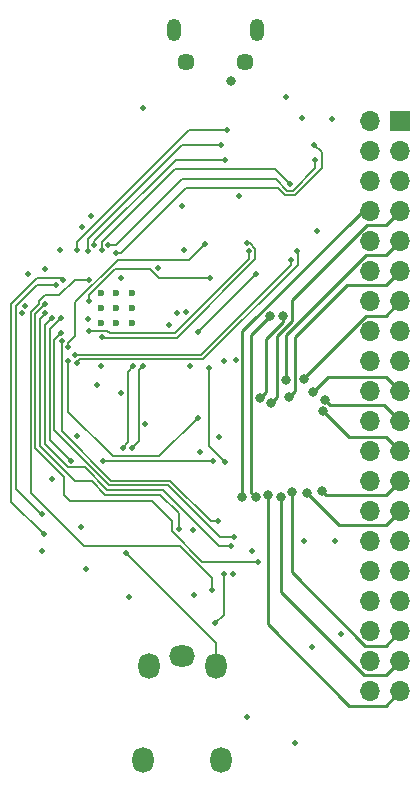
<source format=gbr>
%TF.GenerationSoftware,KiCad,Pcbnew,(6.0.4)*%
%TF.CreationDate,2022-04-15T08:31:30+02:00*%
%TF.ProjectId,rp2040_magslide_controller,72703230-3430-45f6-9d61-67736c696465,rev?*%
%TF.SameCoordinates,Original*%
%TF.FileFunction,Copper,L4,Bot*%
%TF.FilePolarity,Positive*%
%FSLAX46Y46*%
G04 Gerber Fmt 4.6, Leading zero omitted, Abs format (unit mm)*
G04 Created by KiCad (PCBNEW (6.0.4)) date 2022-04-15 08:31:30*
%MOMM*%
%LPD*%
G01*
G04 APERTURE LIST*
%TA.AperFunction,ComponentPad*%
%ADD10O,2.200000X1.800000*%
%TD*%
%TA.AperFunction,ComponentPad*%
%ADD11O,1.800000X2.200000*%
%TD*%
%TA.AperFunction,ComponentPad*%
%ADD12R,1.700000X1.700000*%
%TD*%
%TA.AperFunction,ComponentPad*%
%ADD13O,1.700000X1.700000*%
%TD*%
%TA.AperFunction,ComponentPad*%
%ADD14C,1.450000*%
%TD*%
%TA.AperFunction,ComponentPad*%
%ADD15O,1.200000X1.900000*%
%TD*%
%TA.AperFunction,ComponentPad*%
%ADD16C,0.600000*%
%TD*%
%TA.AperFunction,ViaPad*%
%ADD17C,0.508000*%
%TD*%
%TA.AperFunction,ViaPad*%
%ADD18C,0.800000*%
%TD*%
%TA.AperFunction,Conductor*%
%ADD19C,0.200000*%
%TD*%
%TA.AperFunction,Conductor*%
%ADD20C,0.250000*%
%TD*%
G04 APERTURE END LIST*
D10*
%TO.P,J2,1,1*%
%TO.N,+5V*%
X176403000Y-132478000D03*
D11*
%TO.P,J2,2,2*%
%TO.N,board_scl*%
X173553000Y-133278000D03*
%TO.P,J2,3,3*%
%TO.N,board_sda*%
X179253000Y-133278000D03*
%TO.P,J2,4,4*%
%TO.N,GND*%
X173103000Y-141278000D03*
X179703000Y-141278000D03*
%TD*%
D12*
%TO.P,J4,1,Pin_1*%
%TO.N,+3V3*%
X194838000Y-87152000D03*
D13*
%TO.P,J4,2,Pin_2*%
%TO.N,F24*%
X192298000Y-87152000D03*
%TO.P,J4,3,Pin_3*%
%TO.N,GND*%
X194838000Y-89692000D03*
%TO.P,J4,4,Pin_4*%
%TO.N,+3V3*%
X192298000Y-89692000D03*
%TO.P,J4,5,Pin_5*%
%TO.N,F00*%
X194838000Y-92232000D03*
%TO.P,J4,6,Pin_6*%
%TO.N,GND*%
X192298000Y-92232000D03*
%TO.P,J4,7,Pin_7*%
%TO.N,F01*%
X194838000Y-94772000D03*
%TO.P,J4,8,Pin_8*%
%TO.N,F30*%
X192298000Y-94772000D03*
%TO.P,J4,9,Pin_9*%
%TO.N,F02*%
X194838000Y-97312000D03*
%TO.P,J4,10,Pin_10*%
%TO.N,F31*%
X192298000Y-97312000D03*
%TO.P,J4,11,Pin_11*%
%TO.N,F03*%
X194838000Y-99852000D03*
%TO.P,J4,12,Pin_12*%
%TO.N,F32*%
X192298000Y-99852000D03*
%TO.P,J4,13,Pin_13*%
%TO.N,F04*%
X194838000Y-102392000D03*
%TO.P,J4,14,Pin_14*%
%TO.N,F33*%
X192298000Y-102392000D03*
%TO.P,J4,15,Pin_15*%
%TO.N,+3V3*%
X194838000Y-104932000D03*
%TO.P,J4,16,Pin_16*%
%TO.N,F34*%
X192298000Y-104932000D03*
%TO.P,J4,17,Pin_17*%
%TO.N,GND*%
X194838000Y-107472000D03*
%TO.P,J4,18,Pin_18*%
%TO.N,+3V3*%
X192298000Y-107472000D03*
%TO.P,J4,19,Pin_19*%
%TO.N,F10*%
X194838000Y-110012000D03*
%TO.P,J4,20,Pin_20*%
%TO.N,GND*%
X192298000Y-110012000D03*
%TO.P,J4,21,Pin_21*%
%TO.N,F11*%
X194838000Y-112552000D03*
%TO.P,J4,22,Pin_22*%
%TO.N,F40*%
X192298000Y-112552000D03*
%TO.P,J4,23,Pin_23*%
%TO.N,F12*%
X194838000Y-115092000D03*
%TO.P,J4,24,Pin_24*%
%TO.N,F41*%
X192298000Y-115092000D03*
%TO.P,J4,25,Pin_25*%
%TO.N,F13*%
X194838000Y-117632000D03*
%TO.P,J4,26,Pin_26*%
%TO.N,F42*%
X192298000Y-117632000D03*
%TO.P,J4,27,Pin_27*%
%TO.N,F14*%
X194838000Y-120172000D03*
%TO.P,J4,28,Pin_28*%
%TO.N,F43*%
X192298000Y-120172000D03*
%TO.P,J4,29,Pin_29*%
%TO.N,+3V3*%
X194838000Y-122712000D03*
%TO.P,J4,30,Pin_30*%
%TO.N,F44*%
X192298000Y-122712000D03*
%TO.P,J4,31,Pin_31*%
%TO.N,GND*%
X194838000Y-125252000D03*
%TO.P,J4,32,Pin_32*%
%TO.N,extern_scl*%
X192298000Y-125252000D03*
%TO.P,J4,33,Pin_33*%
%TO.N,F20*%
X194838000Y-127792000D03*
%TO.P,J4,34,Pin_34*%
%TO.N,extern_sda*%
X192298000Y-127792000D03*
%TO.P,J4,35,Pin_35*%
%TO.N,F21*%
X194838000Y-130332000D03*
%TO.P,J4,36,Pin_36*%
%TO.N,+5V*%
X192298000Y-130332000D03*
%TO.P,J4,37,Pin_37*%
%TO.N,F22*%
X194838000Y-132872000D03*
%TO.P,J4,38,Pin_38*%
%TO.N,GND*%
X192298000Y-132872000D03*
%TO.P,J4,39,Pin_39*%
%TO.N,F23*%
X194838000Y-135412000D03*
%TO.P,J4,40,Pin_40*%
%TO.N,unconnected-(J4-Pad40)*%
X192298000Y-135412000D03*
%TD*%
D14*
%TO.P,J1,6,Shield*%
%TO.N,GND*%
X176697000Y-82183700D03*
X181697000Y-82183700D03*
D15*
X182697000Y-79483700D03*
X175697000Y-79483700D03*
%TD*%
D16*
%TO.P,U3,57,GND*%
%TO.N,GND*%
X172090000Y-104272000D03*
X172090000Y-102997000D03*
X169540000Y-102997000D03*
X170815000Y-104272000D03*
X169540000Y-101722000D03*
X169540000Y-104272000D03*
X170815000Y-101722000D03*
X172090000Y-101722000D03*
X170815000Y-102997000D03*
%TD*%
D17*
%TO.N,+3V3*%
X186537600Y-86868000D03*
X171200801Y-110175988D03*
X163093392Y-102793792D03*
X168400000Y-103900000D03*
X185900000Y-139800000D03*
X168200000Y-125100000D03*
X167900000Y-96100000D03*
X187400000Y-131700000D03*
X177400000Y-127300000D03*
X175300000Y-104400000D03*
X177000000Y-107887020D03*
X171900000Y-127500000D03*
X175920400Y-103428800D03*
X186700000Y-122700000D03*
X164800000Y-99700000D03*
X179900000Y-107500000D03*
X171200000Y-100446500D03*
X174300000Y-99600000D03*
X163300000Y-100100000D03*
X185166000Y-85140800D03*
%TO.N,GND*%
X181900000Y-137600000D03*
X167800000Y-121500000D03*
X176500000Y-98100000D03*
X189800000Y-130600000D03*
X181203600Y-93472000D03*
X179500000Y-113900000D03*
X187800000Y-96500000D03*
X165400000Y-117500000D03*
X169200000Y-109500000D03*
X189077600Y-86969600D03*
X177900000Y-115200000D03*
X176733200Y-103327200D03*
X180904500Y-107400000D03*
X166000000Y-98100000D03*
X173100000Y-86100000D03*
X182300000Y-123600000D03*
X164500000Y-123600000D03*
X173273500Y-112800000D03*
X176400000Y-94400000D03*
X189300000Y-122700000D03*
X168700000Y-95200000D03*
X162856300Y-103460385D03*
X177327216Y-121772784D03*
X167500000Y-113800000D03*
X180700000Y-125500000D03*
X169500000Y-107887020D03*
%TO.N,+5V*%
X179900000Y-125500000D03*
X179189000Y-129692000D03*
D18*
X180492400Y-83769200D03*
D17*
%TO.N,board_sda*%
X171602400Y-123698000D03*
X168503600Y-102412800D03*
X178714400Y-100482400D03*
%TO.N,board_scl*%
X164751458Y-103446171D03*
X176072800Y-121666000D03*
%TO.N,SWDIO*%
X173100000Y-107887020D03*
X172110400Y-114858800D03*
%TO.N,SWCLK*%
X171348400Y-114808000D03*
X172243975Y-107943045D03*
%TO.N,dbg_rx*%
X165709600Y-101043500D03*
X164541200Y-120396000D03*
%TO.N,dbg_tx*%
X166319200Y-100643500D03*
X164642800Y-122123200D03*
D18*
%TO.N,F24*%
X182626000Y-118999000D03*
X183849499Y-103636299D03*
%TO.N,F00*%
X182969500Y-110617000D03*
X184912000Y-103632000D03*
%TO.N,F01*%
X183871786Y-111046983D03*
%TO.N,F30*%
X181483000Y-118999000D03*
%TO.N,F02*%
X185128500Y-109093000D03*
%TO.N,F03*%
X185420000Y-110490000D03*
%TO.N,F04*%
X186652500Y-108966000D03*
%TO.N,F10*%
X187452000Y-110109000D03*
%TO.N,F11*%
X188468000Y-110744000D03*
%TO.N,F12*%
X188326649Y-111733457D03*
%TO.N,F13*%
X188214000Y-118491000D03*
%TO.N,F14*%
X186944000Y-118618000D03*
D17*
%TO.N,extern_scl*%
X182829200Y-124460000D03*
X164784426Y-102630434D03*
%TO.N,extern_sda*%
X168467594Y-100598794D03*
X178900000Y-126900000D03*
D18*
%TO.N,F21*%
X185678983Y-118552009D03*
%TO.N,F22*%
X184785000Y-118999000D03*
%TO.N,F23*%
X183615457Y-118857649D03*
D17*
%TO.N,QSPI_CS*%
X167487600Y-98094800D03*
X180187600Y-87934800D03*
%TO.N,MUX0_EN*%
X180543200Y-123139200D03*
X165363597Y-103800918D03*
%TO.N,MUX1_EN*%
X166725600Y-106324400D03*
X178308000Y-97536000D03*
%TO.N,QSPI_SD1*%
X168376509Y-98191859D03*
X179628800Y-89154000D03*
%TO.N,QSPI_SD2*%
X179984400Y-90424000D03*
X168930009Y-97637600D03*
%TO.N,QSPI_SD0*%
X185521600Y-92506800D03*
X169568500Y-98048735D03*
%TO.N,QSPI_SCLK*%
X187655200Y-90424000D03*
X170132300Y-97621313D03*
%TO.N,QSPI_SD3*%
X170738800Y-98348800D03*
X187553600Y-89154000D03*
%TO.N,ADC_1*%
X182626000Y-100076000D03*
X177698400Y-105003600D03*
%TO.N,ADC_0*%
X178663600Y-108051600D03*
X179984400Y-116027200D03*
%TO.N,MUX_13*%
X181908819Y-97497124D03*
X169568432Y-105455489D03*
%TO.N,MUX_12*%
X182016400Y-98196400D03*
X168503600Y-104952800D03*
%TO.N,MUX_11*%
X186080400Y-98196400D03*
X167470556Y-107616572D03*
%TO.N,MUX_10*%
X185623200Y-98907600D03*
X167284400Y-106934000D03*
%TO.N,MUX_03*%
X179425600Y-121056400D03*
X166188330Y-105814959D03*
%TO.N,MUX_02*%
X180797200Y-122377200D03*
X166141060Y-105079461D03*
%TO.N,MUX_01*%
X177698400Y-112268000D03*
X166725589Y-107492800D03*
%TO.N,MUX_00*%
X169672000Y-115925600D03*
X178968400Y-115976400D03*
X166928800Y-115925600D03*
X166103783Y-103843500D03*
%TD*%
D19*
%TO.N,MUX_03*%
X166188330Y-105814959D02*
X166172089Y-105831200D01*
X166172089Y-105831200D02*
X166172089Y-113390889D01*
X166172089Y-113390889D02*
X170383200Y-117602000D01*
X178816000Y-121056400D02*
X179425600Y-121056400D01*
X175361600Y-117602000D02*
X178816000Y-121056400D01*
X170383200Y-117602000D02*
X175361600Y-117602000D01*
%TO.N,+5V*%
X179900000Y-128981000D02*
X179189000Y-129692000D01*
X179900000Y-125500000D02*
X179900000Y-128981000D01*
%TO.N,board_sda*%
X179253000Y-131348600D02*
X179253000Y-133278000D01*
X171602400Y-123698000D02*
X179253000Y-131348600D01*
X174399616Y-100482400D02*
X178714400Y-100482400D01*
X170714162Y-99700000D02*
X173617216Y-99700000D01*
X168503600Y-102412800D02*
X168503600Y-101910562D01*
X173617216Y-99700000D02*
X174399616Y-100482400D01*
X168503600Y-101910562D02*
X170714162Y-99700000D01*
%TO.N,board_scl*%
X164751458Y-103446171D02*
X164751458Y-103492696D01*
X169886742Y-118800560D02*
X174528160Y-118800560D01*
X167301589Y-117646179D02*
X168732361Y-117646179D01*
X176072800Y-120345200D02*
X176072800Y-121666000D01*
X164344880Y-114689470D02*
X167301589Y-117646179D01*
X168732361Y-117646179D02*
X169886742Y-118800560D01*
X174528160Y-118800560D02*
X176072800Y-120345200D01*
X164344880Y-103899274D02*
X164344880Y-114689470D01*
X164751458Y-103492696D02*
X164344880Y-103899274D01*
%TO.N,SWDIO*%
X173100000Y-107887020D02*
X172720000Y-108267020D01*
X172720000Y-108267020D02*
X172720000Y-114249200D01*
X172720000Y-114249200D02*
X172110400Y-114858800D01*
%TO.N,SWCLK*%
X171805600Y-114350800D02*
X171348400Y-114808000D01*
X171805600Y-108381420D02*
X171805600Y-114350800D01*
X172243975Y-107943045D02*
X171805600Y-108381420D01*
%TO.N,dbg_rx*%
X162302789Y-102801627D02*
X164060916Y-101043500D01*
X164388800Y-120396000D02*
X162302789Y-118309989D01*
X164541200Y-120396000D02*
X164388800Y-120396000D01*
X164060916Y-101043500D02*
X165709600Y-101043500D01*
X162302789Y-118309989D02*
X162302789Y-102801627D01*
%TO.N,dbg_tx*%
X161903269Y-119383669D02*
X164642800Y-122123200D01*
X161903269Y-102636141D02*
X161903269Y-119383669D01*
X164049421Y-100489989D02*
X161903269Y-102636141D01*
X166319200Y-100643500D02*
X166165689Y-100489989D01*
X166165689Y-100489989D02*
X164049421Y-100489989D01*
D20*
%TO.N,F24*%
X183849499Y-103636299D02*
X182245000Y-105240798D01*
X182245000Y-118618000D02*
X182626000Y-118999000D01*
X182245000Y-105240798D02*
X182245000Y-118618000D01*
%TO.N,F00*%
X182969500Y-110617000D02*
X183515000Y-110071500D01*
X184912000Y-104207212D02*
X184912000Y-103632000D01*
X183515000Y-105604212D02*
X184912000Y-104207212D01*
X183515000Y-110071500D02*
X183515000Y-105604212D01*
%TO.N,F01*%
X184404000Y-110514769D02*
X184404000Y-105350930D01*
X193663489Y-95946511D02*
X194838000Y-94772000D01*
X185636511Y-102312479D02*
X192002479Y-95946511D01*
X183871786Y-111046983D02*
X184404000Y-110514769D01*
X192002479Y-95946511D02*
X193663489Y-95946511D01*
X184404000Y-105350930D02*
X185636511Y-104118419D01*
X185636511Y-104118419D02*
X185636511Y-102312479D01*
%TO.N,F30*%
X181483000Y-118999000D02*
X181483000Y-104978200D01*
X191689200Y-94772000D02*
X192298000Y-94772000D01*
X181483000Y-104978200D02*
X191689200Y-94772000D01*
%TO.N,F02*%
X185166000Y-109055500D02*
X185166000Y-105283000D01*
X193663489Y-98486511D02*
X194838000Y-97312000D01*
X185166000Y-105283000D02*
X191962489Y-98486511D01*
X185128500Y-109093000D02*
X185166000Y-109055500D01*
X191962489Y-98486511D02*
X193663489Y-98486511D01*
%TO.N,F03*%
X185420000Y-110490000D02*
X185928000Y-109982000D01*
X185928000Y-109982000D02*
X185928000Y-105410000D01*
X193663489Y-101026511D02*
X194838000Y-99852000D01*
X185928000Y-105410000D02*
X190311489Y-101026511D01*
X190311489Y-101026511D02*
X193663489Y-101026511D01*
%TO.N,F04*%
X191936990Y-103632000D02*
X193598000Y-103632000D01*
X186652500Y-108966000D02*
X186652500Y-108916490D01*
X186652500Y-108916490D02*
X191936990Y-103632000D01*
X193598000Y-103632000D02*
X194838000Y-102392000D01*
%TO.N,F10*%
X188723511Y-108837489D02*
X193663489Y-108837489D01*
X193663489Y-108837489D02*
X194838000Y-110012000D01*
X187452000Y-110109000D02*
X188723511Y-108837489D01*
%TO.N,F11*%
X188468000Y-110744000D02*
X188910511Y-111186511D01*
X188910511Y-111186511D02*
X193472511Y-111186511D01*
X193472511Y-111186511D02*
X194838000Y-112552000D01*
%TO.N,F12*%
X190510681Y-113917489D02*
X193663489Y-113917489D01*
X188326649Y-111733457D02*
X190510681Y-113917489D01*
X193663489Y-113917489D02*
X194838000Y-115092000D01*
%TO.N,F13*%
X188529511Y-118806511D02*
X193663489Y-118806511D01*
X188214000Y-118491000D02*
X188529511Y-118806511D01*
X193663489Y-118806511D02*
X194838000Y-117632000D01*
%TO.N,F14*%
X189672511Y-121346511D02*
X193663489Y-121346511D01*
X193663489Y-121346511D02*
X194838000Y-120172000D01*
X186944000Y-118618000D02*
X189672511Y-121346511D01*
D19*
%TO.N,extern_scl*%
X175519289Y-121061689D02*
X175519289Y-121895273D01*
X178084016Y-124460000D02*
X182829200Y-124460000D01*
X166909063Y-119335821D02*
X173793421Y-119335821D01*
X164784426Y-102630434D02*
X163945360Y-103469500D01*
X173793421Y-119335821D02*
X175519289Y-121061689D01*
X163945360Y-103469500D02*
X163945360Y-114854956D01*
X163945360Y-114854956D02*
X166370000Y-117279596D01*
X166370000Y-117279596D02*
X166370000Y-118796758D01*
X166370000Y-118796758D02*
X166909063Y-119335821D01*
X175519289Y-121895273D02*
X178084016Y-124460000D01*
%TO.N,extern_sda*%
X164230915Y-102618939D02*
X164230915Y-102401161D01*
X163545841Y-103304013D02*
X164230915Y-102618939D01*
X164230915Y-102401161D02*
X164727276Y-101904800D01*
X163545840Y-118617856D02*
X163545841Y-103304013D01*
X176179689Y-123144489D02*
X168072473Y-123144489D01*
X165963600Y-101904800D02*
X167269606Y-100598794D01*
X164727276Y-101904800D02*
X165963600Y-101904800D01*
X167269606Y-100598794D02*
X168467594Y-100598794D01*
X178900000Y-125864800D02*
X176179689Y-123144489D01*
X178900000Y-126900000D02*
X178900000Y-125864800D01*
X168072473Y-123144489D02*
X163545840Y-118617856D01*
D20*
%TO.N,F21*%
X185678983Y-125373993D02*
X191876990Y-131572000D01*
X191876990Y-131572000D02*
X193598000Y-131572000D01*
X193598000Y-131572000D02*
X194838000Y-130332000D01*
X185678983Y-118552009D02*
X185678983Y-125373993D01*
%TO.N,F22*%
X193663489Y-134046511D02*
X194838000Y-132872000D01*
X184785000Y-127020010D02*
X191811501Y-134046511D01*
X191811501Y-134046511D02*
X193663489Y-134046511D01*
X184785000Y-118999000D02*
X184785000Y-127020010D01*
%TO.N,F23*%
X183615457Y-129767457D02*
X190500000Y-136652000D01*
X193598000Y-136652000D02*
X194838000Y-135412000D01*
X190500000Y-136652000D02*
X193598000Y-136652000D01*
X183615457Y-118857649D02*
X183615457Y-129767457D01*
D19*
%TO.N,QSPI_CS*%
X176987200Y-87934800D02*
X180187600Y-87934800D01*
X167487600Y-97434400D02*
X176987200Y-87934800D01*
X167487600Y-98094800D02*
X167487600Y-97434400D01*
%TO.N,MUX0_EN*%
X170052228Y-118401040D02*
X174738240Y-118401040D01*
X165363597Y-103800918D02*
X164744400Y-104420115D01*
X179476400Y-123139200D02*
X180543200Y-123139200D01*
X164744400Y-104420115D02*
X164744400Y-114523984D01*
X168130299Y-116479111D02*
X170052228Y-118401040D01*
X174738240Y-118401040D02*
X179476400Y-123139200D01*
X166699527Y-116479111D02*
X168130299Y-116479111D01*
X164744400Y-114523984D02*
X166699527Y-116479111D01*
%TO.N,MUX1_EN*%
X167335200Y-102513956D02*
X170946845Y-98902311D01*
X166725600Y-105948016D02*
X167335200Y-105338416D01*
X166725600Y-106324400D02*
X166725600Y-105948016D01*
X167335200Y-105338416D02*
X167335200Y-102513956D01*
X170946845Y-98902311D02*
X176941689Y-98902311D01*
X176941689Y-98902311D02*
X178308000Y-97536000D01*
%TO.N,QSPI_SD1*%
X176377600Y-89154000D02*
X179628800Y-89154000D01*
X168376509Y-98191859D02*
X168376509Y-97155091D01*
X168376509Y-97155091D02*
X176377600Y-89154000D01*
%TO.N,QSPI_SD2*%
X168930009Y-97637600D02*
X168930009Y-97363591D01*
X168930009Y-97363591D02*
X175869600Y-90424000D01*
X175869600Y-90424000D02*
X179984400Y-90424000D01*
%TO.N,QSPI_SD0*%
X184200800Y-91186000D02*
X185521600Y-92506800D01*
X169568500Y-97385500D02*
X175768000Y-91186000D01*
X169568500Y-98048735D02*
X169568500Y-97385500D01*
X175768000Y-91186000D02*
X184200800Y-91186000D01*
%TO.N,QSPI_SCLK*%
X170805887Y-97621313D02*
X176377600Y-92049600D01*
X176377600Y-92049600D02*
X184281616Y-92049600D01*
X184281616Y-92049600D02*
X185292327Y-93060311D01*
X170132300Y-97621313D02*
X170805887Y-97621313D01*
X187655200Y-91155984D02*
X187655200Y-90424000D01*
X185292327Y-93060311D02*
X185750873Y-93060311D01*
X185750873Y-93060311D02*
X187655200Y-91155984D01*
%TO.N,QSPI_SD3*%
X176733200Y-92811600D02*
X184478610Y-92811600D01*
X185126841Y-93459831D02*
X185916360Y-93459830D01*
X184478610Y-92811600D02*
X185126841Y-93459831D01*
X188214000Y-91162190D02*
X188214000Y-89814400D01*
X185916360Y-93459830D02*
X188214000Y-91162190D01*
X170738800Y-98348800D02*
X171196000Y-98348800D01*
X171196000Y-98348800D02*
X176733200Y-92811600D01*
X188214000Y-89814400D02*
X187553600Y-89154000D01*
%TO.N,ADC_1*%
X182626000Y-100076000D02*
X177698400Y-105003600D01*
%TO.N,ADC_0*%
X178663600Y-114706400D02*
X178663600Y-108051600D01*
X179984400Y-116027200D02*
X178663600Y-114706400D01*
%TO.N,MUX_13*%
X182569911Y-98862089D02*
X182569911Y-97967127D01*
X169568432Y-105455489D02*
X169612943Y-105500000D01*
X182099908Y-97497124D02*
X181908819Y-97497124D01*
X175932000Y-105500000D02*
X182569911Y-98862089D01*
X169612943Y-105500000D02*
X175932000Y-105500000D01*
X182569911Y-97967127D02*
X182099908Y-97497124D01*
%TO.N,MUX_12*%
X170053673Y-104901989D02*
X170251684Y-105100000D01*
X175766994Y-105100000D02*
X182016400Y-98850594D01*
X168503600Y-104952800D02*
X168554411Y-104901989D01*
X168554411Y-104901989D02*
X170053673Y-104901989D01*
X170251684Y-105100000D02*
X175766994Y-105100000D01*
X182016400Y-98850594D02*
X182016400Y-98196400D01*
%TO.N,MUX_11*%
X167753608Y-107333520D02*
X178168686Y-107333520D01*
X178168686Y-107333520D02*
X186176711Y-99325495D01*
X167470556Y-107616572D02*
X167753608Y-107333520D01*
X186176711Y-98292711D02*
X186080400Y-98196400D01*
X186176711Y-99325495D02*
X186176711Y-98292711D01*
%TO.N,MUX_10*%
X185623200Y-99314000D02*
X178003200Y-106934000D01*
X185623200Y-98907600D02*
X185623200Y-99314000D01*
X178003200Y-106934000D02*
X167284400Y-106934000D01*
%TO.N,MUX_02*%
X166141060Y-105079461D02*
X165557200Y-105663321D01*
X175196114Y-118001520D02*
X179571794Y-122377200D01*
X165557200Y-113341006D02*
X170217714Y-118001520D01*
X170217714Y-118001520D02*
X175196114Y-118001520D01*
X179571794Y-122377200D02*
X180797200Y-122377200D01*
X165557200Y-105663321D02*
X165557200Y-113341006D01*
%TO.N,MUX_01*%
X170484800Y-115519200D02*
X174447200Y-115519200D01*
X166725600Y-107492811D02*
X166725600Y-111760000D01*
X166725589Y-107492800D02*
X166725600Y-107492811D01*
X174447200Y-115519200D02*
X177698400Y-112268000D01*
X166725600Y-111760000D02*
X170484800Y-115519200D01*
%TO.N,MUX_00*%
X165157680Y-114154480D02*
X166928800Y-115925600D01*
X169722800Y-115976400D02*
X178968400Y-115976400D01*
X169672000Y-115925600D02*
X169722800Y-115976400D01*
X166103783Y-103843500D02*
X165157680Y-104789603D01*
X165157680Y-104789603D02*
X165157680Y-114154480D01*
%TD*%
M02*

</source>
